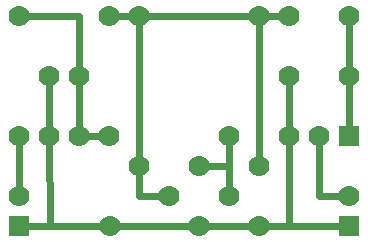
<source format=gbl>
G75*
%MOIN*%
%OFA0B0*%
%FSLAX25Y25*%
%IPPOS*%
%LPD*%
%AMOC8*
5,1,8,0,0,1.08239X$1,22.5*
%
%ADD10R,0.07000X0.07000*%
%ADD11C,0.07000*%
%ADD12C,0.02400*%
D10*
X0011000Y0011000D03*
X0121000Y0011000D03*
X0121000Y0041000D03*
D11*
X0111000Y0041000D03*
X0101000Y0041000D03*
X0091000Y0031000D03*
X0081000Y0021000D03*
X0071000Y0011000D03*
X0061000Y0021000D03*
X0071000Y0031000D03*
X0081000Y0041000D03*
X0101000Y0061000D03*
X0121000Y0061000D03*
X0121000Y0081000D03*
X0101000Y0081000D03*
X0091000Y0081000D03*
X0051000Y0081000D03*
X0041000Y0081000D03*
X0031000Y0061000D03*
X0021000Y0061000D03*
X0011000Y0081000D03*
X0011000Y0041000D03*
X0021000Y0041000D03*
X0031000Y0041000D03*
X0041000Y0041000D03*
X0050843Y0031000D03*
X0041157Y0011000D03*
X0011000Y0021000D03*
X0091000Y0011000D03*
X0121000Y0021000D03*
D12*
X0111000Y0021000D01*
X0111000Y0041000D01*
X0121000Y0041000D02*
X0121000Y0061000D01*
X0121000Y0081000D01*
X0101000Y0081000D02*
X0091000Y0081000D01*
X0041000Y0081000D01*
X0051000Y0081000D01*
X0051000Y0021000D01*
X0050843Y0031000D01*
X0051000Y0021000D02*
X0061000Y0021000D01*
X0071000Y0011000D02*
X0091000Y0011000D01*
X0101000Y0011000D01*
X0121000Y0011000D01*
X0101000Y0011000D02*
X0101000Y0041000D01*
X0101000Y0061000D01*
X0091000Y0081000D02*
X0091000Y0031000D01*
X0081000Y0031000D02*
X0071000Y0031000D01*
X0081000Y0031000D02*
X0081000Y0021000D01*
X0081000Y0031000D02*
X0081000Y0041000D01*
X0041000Y0041000D02*
X0031000Y0041000D01*
X0031000Y0061000D01*
X0031000Y0081000D01*
X0011000Y0081000D01*
X0021000Y0061000D02*
X0021000Y0041000D01*
X0021157Y0010843D01*
X0041157Y0011000D01*
X0011000Y0011000D01*
X0011000Y0021000D02*
X0011000Y0041000D01*
X0041157Y0011000D02*
X0071000Y0011000D01*
M02*

</source>
